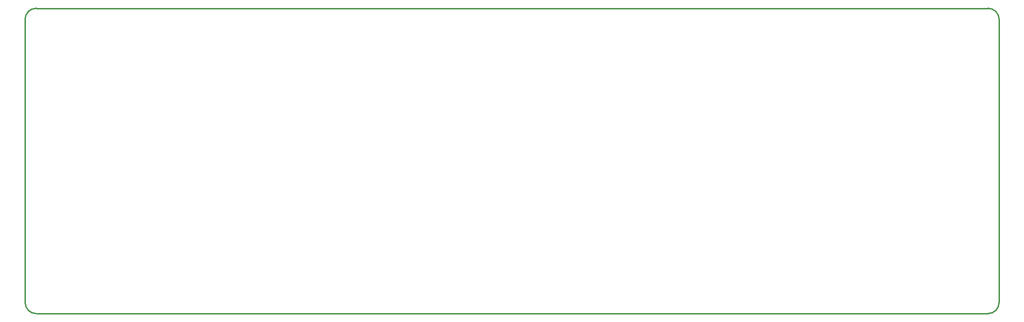
<source format=gm1>
G04*
G04 #@! TF.GenerationSoftware,Altium Limited,Altium Designer,22.1.2 (22)*
G04*
G04 Layer_Color=16711935*
%FSLAX25Y25*%
%MOIN*%
G70*
G04*
G04 #@! TF.SameCoordinates,BA113B91-96FC-4450-9F24-1D629D9C6A03*
G04*
G04*
G04 #@! TF.FilePolarity,Positive*
G04*
G01*
G75*
%ADD10C,0.01000*%
D10*
X681102Y0D02*
G03*
X688976Y7874I-0J7874D01*
G01*
X688976Y208661D02*
G03*
X681102Y216535I-7874J0D01*
G01*
X7874D02*
G03*
X-0Y208661I0J-7874D01*
G01*
X0Y7874D02*
G03*
X7874Y0I7874J0D01*
G01*
Y216535D02*
X681102D01*
X688976Y208661D02*
X688976Y7874D01*
X-0Y208661D02*
X0Y7874D01*
X7874Y0D02*
X681102D01*
M02*

</source>
